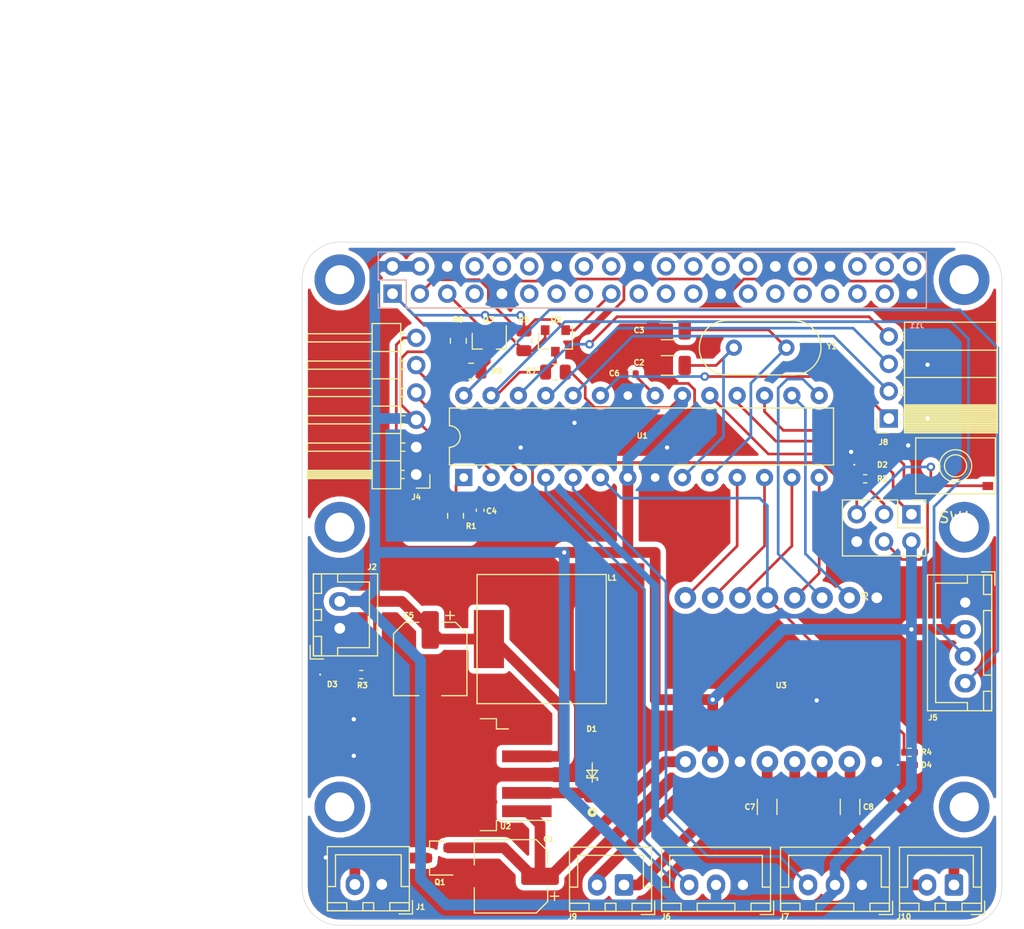
<source format=kicad_pcb>
(kicad_pcb (version 20171130) (host pcbnew 5.1.10)
  (layers (0 F.Cu signal) (31 B.Cu signal) (34 B.Paste user hide) (35 F.Paste user hide) (36 B.SilkS user) (37 F.SilkS user) (38 B.Mask user) (39 F.Mask user) (44 Edge.Cuts user))
  (net 0 "")
  (net 1 GND)
  (net 2 +9V)
  (net 3 XTAL1)
  (net 4 RESET)
  (net 5 DTR)
  (net 6 XTAL2)
  (net 7 +5V)
  (net 8 AREF)
  (net 9 +3V3)
  (net 10 "Net-(D2-Pad2)")
  (net 11 MOSI)
  (net 12 SCK)
  (net 13 MISO)
  (net 14 TXO)
  (net 15 RXI)
  (net 16 SCL)
  (net 17 SDA)
  (net 18 A3)
  (net 19 A2)
  (net 20 A1)
  (net 21 A0)
  (net 22 D2)
  (net 23 D3)
  (net 24 MOTORA1)
  (net 25 MOTORA2)
  (net 26 MOTORB2)
  (net 27 MOTORB1)
  (net 28 D10)
  (net 29 D9)
  (net 30 D8)
  (net 31 D7)
  (net 32 D6)
  (net 33 D5)
  (net 34 D4)
  (net 35 "Net-(D1-Pad1)")
  (net 36 "Net-(D3-Pad2)")
  (net 37 +9VA)
  (net 38 "Net-(D4-Pad2)")
  (net 39 3v3_SCL)
  (net 40 3v3_SDA)
  (module MyFootprints:TS-1187A-B-A-B_PushButton (layer F.Cu) (at 111 62.8)
    (fp_text reference SW1 (at 0 4.8) (layer F.SilkS))
    (fp_text value Reset)
    (pad 2 smd rect (at 3 -1.875) (size 1 0.75) (layers F.Cu F.Paste F.Mask) (net 1 GND))
    (pad 2 smd rect (at -3 -1.875) (size 1 0.75) (layers F.Cu F.Paste F.Mask) (net 1 GND))
    (pad 1 smd rect (at 3 1.875) (size 1 0.75) (layers F.Cu F.Paste F.Mask) (net 4 RESET))
    (pad 1 smd rect (at -3 1.875) (size 1 0.75) (layers F.Cu F.Paste F.Mask) (net 4 RESET))
  )
  (module Capacitor_SMD:C_1206_3216Metric (layer F.Cu) (at 93.5 94.5 270)
    (fp_text reference C7 (at 0 1.6 180) (layer F.SilkS) (effects (font (size 0.5 0.5) (thickness 0.125))))
    (fp_text value 100nF)
    (pad 2 smd roundrect (at 1.475 0 270) (size 1.15 1.8) (layers F.Cu F.Paste F.Mask) (roundrect_rratio 0.2173904347826087) (net 25 MOTORA2))
    (pad 1 smd roundrect (at -1.475 0 270) (size 1.15 1.8) (layers F.Cu F.Paste F.Mask) (roundrect_rratio 0.2173904347826087) (net 24 MOTORA1))
  )
  (module Diode_SMD:D_0402_1005Metric (layer F.Cu) (at 102.685 62.7)
    (fp_text reference D2 (at 1.515 0) (layer F.SilkS) (effects (font (size 0.5 0.5) (thickness 0.125))))
    (fp_text value GREEN)
    (pad 2 smd roundrect (at 0.485 0) (size 0.59 0.64) (layers F.Cu F.Paste F.Mask) (net 10 "Net-(D2-Pad2)"))
    (pad 1 smd roundrect (at -0.485 0) (size 0.59 0.64) (layers F.Cu F.Paste F.Mask) (net 1 GND))
  )
  (module Resistor_SMD:R_0402_1005Metric (layer F.Cu) (at 102.6 64)
    (fp_text reference R2 (at 1.6 0) (layer F.SilkS) (effects (font (size 0.5 0.5) (thickness 0.125))))
    (fp_text value 330)
    (pad 2 smd roundrect (at 0.51 0) (size 0.54 0.64) (layers F.Cu F.Paste F.Mask) (net 10 "Net-(D2-Pad2)"))
    (pad 1 smd roundrect (at -0.51 0) (size 0.54 0.64) (layers F.Cu F.Paste F.Mask) (net 12 SCK))
  )
  (module Diode_SMD:D_0402_1005Metric (layer F.Cu) (at 106.725 90.6)
    (fp_text reference D4 (at 1.575 0) (layer F.SilkS) (effects (font (size 0.5 0.5) (thickness 0.125))))
    (fp_text value GREEN)
    (pad 2 smd roundrect (at 0.485 0) (size 0.59 0.64) (layers F.Cu F.Paste F.Mask) (net 38 "Net-(D4-Pad2)"))
    (pad 1 smd roundrect (at -0.485 0) (size 0.59 0.64) (layers F.Cu F.Paste F.Mask) (net 1 GND))
  )
  (module Resistor_SMD:R_0402_1005Metric (layer F.Cu) (at 106.725 89.422)
    (fp_text reference R4 (at 1.575 -0.022) (layer F.SilkS) (effects (font (size 0.5 0.5) (thickness 0.125))))
    (fp_text value 330)
    (pad 2 smd roundrect (at 0.51 0) (size 0.54 0.64) (layers F.Cu F.Paste F.Mask) (net 38 "Net-(D4-Pad2)"))
    (pad 1 smd roundrect (at -0.51 0) (size 0.54 0.64) (layers F.Cu F.Paste F.Mask) (net 34 D4))
  )
  (module Connector_PinSocket_2.54mm:PinSocket_2x20_P2.54mm_Vertical (layer B.Cu) (at 58.7 46.8 270)
    (fp_text reference J11 (at 2.95 -48.7 180) (layer B.SilkS) (effects (font (size 0.5 0.5) (thickness 0.125)) (justify mirror)))
    (fp_text value Raspberry_Pi_2_3)
    (pad 40 thru_hole oval (at -2.54 -48.26 270) (size 1.7 1.7) (drill 1) (layers *.Cu *.Mask))
    (pad 39 thru_hole oval (at 0 -48.26 270) (size 1.7 1.7) (drill 1) (layers *.Cu *.Mask) (net 1 GND))
    (pad 38 thru_hole oval (at -2.54 -45.72 270) (size 1.7 1.7) (drill 1) (layers *.Cu *.Mask))
    (pad 37 thru_hole oval (at 0 -45.72 270) (size 1.7 1.7) (drill 1) (layers *.Cu *.Mask))
    (pad 36 thru_hole oval (at -2.54 -43.18 270) (size 1.7 1.7) (drill 1) (layers *.Cu *.Mask))
    (pad 35 thru_hole oval (at 0 -43.18 270) (size 1.7 1.7) (drill 1) (layers *.Cu *.Mask))
    (pad 34 thru_hole oval (at -2.54 -40.64 270) (size 1.7 1.7) (drill 1) (layers *.Cu *.Mask) (net 1 GND))
    (pad 33 thru_hole oval (at 0 -40.64 270) (size 1.7 1.7) (drill 1) (layers *.Cu *.Mask))
    (pad 32 thru_hole oval (at -2.54 -38.1 270) (size 1.7 1.7) (drill 1) (layers *.Cu *.Mask))
    (pad 31 thru_hole oval (at 0 -38.1 270) (size 1.7 1.7) (drill 1) (layers *.Cu *.Mask))
    (pad 30 thru_hole oval (at -2.54 -35.56 270) (size 1.7 1.7) (drill 1) (layers *.Cu *.Mask) (net 1 GND))
    (pad 29 thru_hole oval (at 0 -35.56 270) (size 1.7 1.7) (drill 1) (layers *.Cu *.Mask))
    (pad 28 thru_hole oval (at -2.54 -33.02 270) (size 1.7 1.7) (drill 1) (layers *.Cu *.Mask))
    (pad 27 thru_hole oval (at 0 -33.02 270) (size 1.7 1.7) (drill 1) (layers *.Cu *.Mask))
    (pad 26 thru_hole oval (at -2.54 -30.48 270) (size 1.7 1.7) (drill 1) (layers *.Cu *.Mask))
    (pad 25 thru_hole oval (at 0 -30.48 270) (size 1.7 1.7) (drill 1) (layers *.Cu *.Mask) (net 1 GND))
    (pad 24 thru_hole oval (at -2.54 -27.94 270) (size 1.7 1.7) (drill 1) (layers *.Cu *.Mask))
    (pad 23 thru_hole oval (at 0 -27.94 270) (size 1.7 1.7) (drill 1) (layers *.Cu *.Mask))
    (pad 22 thru_hole oval (at -2.54 -25.4 270) (size 1.7 1.7) (drill 1) (layers *.Cu *.Mask))
    (pad 21 thru_hole oval (at 0 -25.4 270) (size 1.7 1.7) (drill 1) (layers *.Cu *.Mask))
    (pad 20 thru_hole oval (at -2.54 -22.86 270) (size 1.7 1.7) (drill 1) (layers *.Cu *.Mask) (net 1 GND))
    (pad 19 thru_hole oval (at 0 -22.86 270) (size 1.7 1.7) (drill 1) (layers *.Cu *.Mask))
    (pad 18 thru_hole oval (at -2.54 -20.32 270) (size 1.7 1.7) (drill 1) (layers *.Cu *.Mask))
    (pad 17 thru_hole oval (at 0 -20.32 270) (size 1.7 1.7) (drill 1) (layers *.Cu *.Mask) (net 9 +3V3))
    (pad 16 thru_hole oval (at -2.54 -17.78 270) (size 1.7 1.7) (drill 1) (layers *.Cu *.Mask))
    (pad 15 thru_hole oval (at 0 -17.78 270) (size 1.7 1.7) (drill 1) (layers *.Cu *.Mask))
    (pad 14 thru_hole oval (at -2.54 -15.24 270) (size 1.7 1.7) (drill 1) (layers *.Cu *.Mask) (net 1 GND))
    (pad 13 thru_hole oval (at 0 -15.24 270) (size 1.7 1.7) (drill 1) (layers *.Cu *.Mask))
    (pad 12 thru_hole oval (at -2.54 -12.7 270) (size 1.7 1.7) (drill 1) (layers *.Cu *.Mask))
    (pad 11 thru_hole oval (at 0 -12.7 270) (size 1.7 1.7) (drill 1) (layers *.Cu *.Mask))
    (pad 10 thru_hole oval (at -2.54 -10.16 270) (size 1.7 1.7) (drill 1) (layers *.Cu *.Mask))
    (pad 9 thru_hole oval (at 0 -10.16 270) (size 1.7 1.7) (drill 1) (layers *.Cu *.Mask) (net 1 GND))
    (pad 8 thru_hole oval (at -2.54 -7.62 270) (size 1.7 1.7) (drill 1) (layers *.Cu *.Mask))
    (pad 7 thru_hole oval (at 0 -7.62 270) (size 1.7 1.7) (drill 1) (layers *.Cu *.Mask))
    (pad 6 thru_hole oval (at -2.54 -5.08 270) (size 1.7 1.7) (drill 1) (layers *.Cu *.Mask) (net 1 GND))
    (pad 5 thru_hole oval (at 0 -5.08 270) (size 1.7 1.7) (drill 1) (layers *.Cu *.Mask) (net 39 3v3_SCL))
    (pad 4 thru_hole oval (at -2.54 -2.54 270) (size 1.7 1.7) (drill 1) (layers *.Cu *.Mask) (net 7 +5V))
    (pad 3 thru_hole oval (at 0 -2.54 270) (size 1.7 1.7) (drill 1) (layers *.Cu *.Mask) (net 40 3v3_SDA))
    (pad 2 thru_hole oval (at -2.54 0 270) (size 1.7 1.7) (drill 1) (layers *.Cu *.Mask) (net 7 +5V))
    (pad 1 thru_hole rect (at 0 0 270) (size 1.7 1.7) (drill 1) (layers *.Cu *.Mask) (net 9 +3V3))
  )
  (module Connector_PinSocket_2.54mm:PinSocket_1x04_P2.54mm_Horizontal (layer F.Cu) (at 104.8 58.4 180)
    (fp_text reference J8 (at 0.5 -2.2) (layer F.SilkS) (effects (font (size 0.5 0.5) (thickness 0.125))))
    (fp_text value "ATMega AnalogPins")
    (pad 4 thru_hole oval (at 0 7.62 180) (size 1.7 1.7) (drill 1) (layers *.Cu *.Mask) (net 18 A3))
    (pad 3 thru_hole oval (at 0 5.08 180) (size 1.7 1.7) (drill 1) (layers *.Cu *.Mask) (net 19 A2))
    (pad 2 thru_hole oval (at 0 2.54 180) (size 1.7 1.7) (drill 1) (layers *.Cu *.Mask) (net 20 A1))
    (pad 1 thru_hole rect (at 0 0 180) (size 1.7 1.7) (drill 1) (layers *.Cu *.Mask) (net 21 A0))
  )
  (module Crystal:Crystal_HC49-U_Vertical (layer F.Cu) (at 95.286 51.818 180)
    (fp_text reference Y1 (at -4.214 0.118) (layer F.SilkS) (effects (font (size 0.5 0.5) (thickness 0.125))))
    (fp_text value 16MHz)
    (pad 2 thru_hole circle (at 4.88 0 180) (size 1.5 1.5) (drill 0.8) (layers *.Cu *.Mask) (net 3 XTAL1))
    (pad 1 thru_hole circle (at 0 0 180) (size 1.5 1.5) (drill 0.8) (layers *.Cu *.Mask) (net 6 XTAL2))
  )
  (module Capacitor_SMD:C_1206_3216Metric (layer F.Cu) (at 84.364 50.166 180)
    (fp_text reference C3 (at 2.764 -0.034) (layer F.SilkS) (effects (font (size 0.5 0.5) (thickness 0.125))))
    (fp_text value 22pF)
    (pad 2 smd roundrect (at 1.475 0 180) (size 1.15 1.8) (layers F.Cu F.Paste F.Mask) (roundrect_rratio 0.2173904347826087) (net 1 GND))
    (pad 1 smd roundrect (at -1.475 0 180) (size 1.15 1.8) (layers F.Cu F.Paste F.Mask) (roundrect_rratio 0.2173904347826087) (net 6 XTAL2))
  )
  (module Capacitor_SMD:C_1206_3216Metric (layer F.Cu) (at 84.364 53.468 180)
    (fp_text reference C2 (at 2.764 0.268) (layer F.SilkS) (effects (font (size 0.5 0.5) (thickness 0.125))))
    (fp_text value 22pF)
    (pad 2 smd roundrect (at 1.475 0 180) (size 1.15 1.8) (layers F.Cu F.Paste F.Mask) (roundrect_rratio 0.2173904347826087) (net 1 GND))
    (pad 1 smd roundrect (at -1.475 0 180) (size 1.15 1.8) (layers F.Cu F.Paste F.Mask) (roundrect_rratio 0.2173904347826087) (net 3 XTAL1))
  )
  (module MyFootprints:TB6612FNG_Breakout (layer F.Cu) (at 85.9 90.3 90)
    (fp_text reference U3 (at 7.1 8.9 180) (layer F.SilkS) (effects (font (size 0.5 0.5) (thickness 0.125))))
    (fp_text value TB6612FNG_Breakout)
    (pad 16 thru_hole circle (at 15.24 17.78 90) (size 2 2) (drill 1) (layers *.Cu *.Mask) (net 1 GND) (clearance 0.1))
    (pad 15 thru_hole circle (at 15.24 15.24 90) (size 2 2) (drill 1) (layers *.Cu *.Mask) (net 28 D10) (clearance 0.1))
    (pad 14 thru_hole circle (at 15.24 12.7 90) (size 2 2) (drill 1) (layers *.Cu *.Mask) (net 29 D9) (clearance 0.1))
    (pad 13 thru_hole circle (at 15.24 10.16 90) (size 2 2) (drill 1) (layers *.Cu *.Mask) (net 30 D8) (clearance 0.1))
    (pad 12 thru_hole circle (at 15.24 7.62 90) (size 2 2) (drill 1) (layers *.Cu *.Mask) (net 34 D4) (clearance 0.1))
    (pad 11 thru_hole circle (at 15.24 5.08 90) (size 2 2) (drill 1) (layers *.Cu *.Mask) (net 31 D7) (clearance 0.1))
    (pad 10 thru_hole circle (at 15.24 2.54 90) (size 2 2) (drill 1) (layers *.Cu *.Mask) (net 32 D6) (clearance 0.1))
    (pad 9 thru_hole circle (at 15.24 0 90) (size 2 2) (drill 1) (layers *.Cu *.Mask) (net 33 D5) (clearance 0.1))
    (pad 8 thru_hole circle (at 0 17.78 90) (size 2 2) (drill 1) (layers *.Cu *.Mask) (net 1 GND) (clearance 0.1))
    (pad 7 thru_hole circle (at 0 15.24 90) (size 2 2) (drill 1) (layers *.Cu *.Mask) (net 27 MOTORB1) (clearance 0.1))
    (pad 6 thru_hole circle (at 0 12.7 90) (size 2 2) (drill 1) (layers *.Cu *.Mask) (net 26 MOTORB2) (clearance 0.1))
    (pad 5 thru_hole circle (at 0 10.16 90) (size 2 2) (drill 1) (layers *.Cu *.Mask) (net 25 MOTORA2) (clearance 0.1))
    (pad 4 thru_hole circle (at 0 7.62 90) (size 2 2) (drill 1) (layers *.Cu *.Mask) (net 24 MOTORA1) (clearance 0.1))
    (pad 3 thru_hole circle (at 0 5.08 90) (size 2 2) (drill 1) (layers *.Cu *.Mask) (net 1 GND) (clearance 0.1))
    (pad 2 thru_hole circle (at 0 2.54 90) (size 2 2) (drill 1) (layers *.Cu *.Mask) (net 7 +5V) (clearance 0.1))
    (pad 1 thru_hole circle (at 0 0 90) (size 2 2) (drill 1) (layers *.Cu *.Mask) (net 37 +9VA) (clearance 0.1))
  )
  (module Package_DIP:DIP-28_W7.62mm (layer F.Cu) (at 65.314 63.882 90)
    (fp_text reference U1 (at 3.882 16.586 180) (layer F.SilkS) (effects (font (size 0.5 0.5) (thickness 0.125))))
    (fp_text value ATmega328P-PU)
    (pad 28 thru_hole oval (at 7.62 0 90) (size 1.6 1.6) (drill 0.8) (layers *.Cu *.Mask) (net 16 SCL))
    (pad 14 thru_hole oval (at 0 33.02 90) (size 1.6 1.6) (drill 0.8) (layers *.Cu *.Mask) (net 30 D8))
    (pad 27 thru_hole oval (at 7.62 2.54 90) (size 1.6 1.6) (drill 0.8) (layers *.Cu *.Mask) (net 17 SDA))
    (pad 13 thru_hole oval (at 0 30.48 90) (size 1.6 1.6) (drill 0.8) (layers *.Cu *.Mask) (net 31 D7))
    (pad 26 thru_hole oval (at 7.62 5.08 90) (size 1.6 1.6) (drill 0.8) (layers *.Cu *.Mask) (net 18 A3))
    (pad 12 thru_hole oval (at 0 27.94 90) (size 1.6 1.6) (drill 0.8) (layers *.Cu *.Mask) (net 32 D6))
    (pad 25 thru_hole oval (at 7.62 7.62 90) (size 1.6 1.6) (drill 0.8) (layers *.Cu *.Mask) (net 19 A2))
    (pad 11 thru_hole oval (at 0 25.4 90) (size 1.6 1.6) (drill 0.8) (layers *.Cu *.Mask) (net 33 D5))
    (pad 24 thru_hole oval (at 7.62 10.16 90) (size 1.6 1.6) (drill 0.8) (layers *.Cu *.Mask) (net 20 A1))
    (pad 10 thru_hole oval (at 0 22.86 90) (size 1.6 1.6) (drill 0.8) (layers *.Cu *.Mask) (net 6 XTAL2))
    (pad 23 thru_hole oval (at 7.62 12.7 90) (size 1.6 1.6) (drill 0.8) (layers *.Cu *.Mask) (net 21 A0))
    (pad 9 thru_hole oval (at 0 20.32 90) (size 1.6 1.6) (drill 0.8) (layers *.Cu *.Mask) (net 3 XTAL1))
    (pad 22 thru_hole oval (at 7.62 15.24 90) (size 1.6 1.6) (drill 0.8) (layers *.Cu *.Mask) (net 1 GND))
    (pad 8 thru_hole oval (at 0 17.78 90) (size 1.6 1.6) (drill 0.8) (layers *.Cu *.Mask) (net 1 GND))
    (pad 21 thru_hole oval (at 7.62 17.78 90) (size 1.6 1.6) (drill 0.8) (layers *.Cu *.Mask) (net 8 AREF))
    (pad 7 thru_hole oval (at 0 15.24 90) (size 1.6 1.6) (drill 0.8) (layers *.Cu *.Mask) (net 7 +5V))
    (pad 20 thru_hole oval (at 7.62 20.32 90) (size 1.6 1.6) (drill 0.8) (layers *.Cu *.Mask) (net 7 +5V))
    (pad 6 thru_hole oval (at 0 12.7 90) (size 1.6 1.6) (drill 0.8) (layers *.Cu *.Mask) (net 34 D4))
    (pad 19 thru_hole oval (at 7.62 22.86 90) (size 1.6 1.6) (drill 0.8) (layers *.Cu *.Mask) (net 12 SCK))
    (pad 5 thru_hole oval (at 0 10.16 90) (size 1.6 1.6) (drill 0.8) (layers *.Cu *.Mask) (net 23 D3))
    (pad 18 thru_hole oval (at 7.62 25.4 90) (size 1.6 1.6) (drill 0.8) (layers *.Cu *.Mask) (net 13 MISO))
    (pad 4 thru_hole oval (at 0 7.62 90) (size 1.6 1.6) (drill 0.8) (layers *.Cu *.Mask) (net 22 D2))
    (pad 17 thru_hole oval (at 7.62 27.94 90) (size 1.6 1.6) (drill 0.8) (layers *.Cu *.Mask) (net 11 MOSI))
    (pad 3 thru_hole oval (at 0 5.08 90) (size 1.6 1.6) (drill 0.8) (layers *.Cu *.Mask) (net 14 TXO))
    (pad 16 thru_hole oval (at 7.62 30.48 90) (size 1.6 1.6) (drill 0.8) (layers *.Cu *.Mask) (net 28 D10))
    (pad 2 thru_hole oval (at 0 2.54 90) (size 1.6 1.6) (drill 0.8) (layers *.Cu *.Mask) (net 15 RXI))
    (pad 15 thru_hole oval (at 7.62 33.02 90) (size 1.6 1.6) (drill 0.8) (layers *.Cu *.Mask) (net 29 D9))
    (pad 1 thru_hole rect (at 0 0 90) (size 1.6 1.6) (drill 0.8) (layers *.Cu *.Mask) (net 4 RESET))
  )
  (module Capacitor_SMD:C_1206_3216Metric (layer F.Cu) (at 101.2 94.5 90)
    (fp_text reference C8 (at 0 1.7 180) (layer F.SilkS) (effects (font (size 0.5 0.5) (thickness 0.125))))
    (fp_text value 100nF)
    (pad 2 smd roundrect (at 1.475 0 90) (size 1.15 1.8) (layers F.Cu F.Paste F.Mask) (roundrect_rratio 0.2173904347826087) (net 27 MOTORB1))
    (pad 1 smd roundrect (at -1.475 0 90) (size 1.15 1.8) (layers F.Cu F.Paste F.Mask) (roundrect_rratio 0.2173904347826087) (net 26 MOTORB2))
  )
  (module Package_TO_SOT_SMD:SOT-23 (layer F.Cu) (at 67.682 51.186 270)
    (fp_text reference Q3 (at -1.986 0.082 180) (layer F.SilkS) (effects (font (size 0.5 0.5) (thickness 0.125))))
    (fp_text value 2N7002)
    (pad 3 smd rect (at 1 0 270) (size 0.9 0.8) (layers F.Cu F.Paste F.Mask) (net 16 SCL))
    (pad 2 smd rect (at -1 0.95 270) (size 0.9 0.8) (layers F.Cu F.Paste F.Mask) (net 39 3v3_SCL))
    (pad 1 smd rect (at -1 -0.95 270) (size 0.9 0.8) (layers F.Cu F.Paste F.Mask) (net 9 +3V3))
  )
  (module Resistor_SMD:R_0805_2012Metric (layer F.Cu) (at 64.806 51.182 270)
    (fp_text reference R6 (at -1.982 0.006 180) (layer F.SilkS) (effects (font (size 0.5 0.5) (thickness 0.125))))
    (fp_text value 10k)
    (pad 2 smd roundrect (at 0.9125 0 270) (size 1.025 1.4) (layers F.Cu F.Paste F.Mask) (roundrect_rratio 0.2439004878048781) (net 39 3v3_SCL))
    (pad 1 smd roundrect (at -0.9125 0 270) (size 1.025 1.4) (layers F.Cu F.Paste F.Mask) (roundrect_rratio 0.2439004878048781) (net 9 +3V3))
  )
  (module Resistor_SMD:R_0805_2012Metric (layer F.Cu) (at 70.902 51.182 270)
    (fp_text reference R5 (at -1.982 0.002 180) (layer F.SilkS) (effects (font (size 0.5 0.5) (thickness 0.125))))
    (fp_text value 10k)
    (pad 2 smd roundrect (at 0.9125 0 270) (size 1.025 1.4) (layers F.Cu F.Paste F.Mask) (roundrect_rratio 0.2439004878048781) (net 40 3v3_SDA))
    (pad 1 smd roundrect (at -0.9125 0 270) (size 1.025 1.4) (layers F.Cu F.Paste F.Mask) (roundrect_rratio 0.2439004878048781) (net 9 +3V3))
  )
  (module Resistor_SMD:R_0805_2012Metric (layer F.Cu) (at 66 54)
    (fp_text reference R8 (at 2.4 0) (layer F.SilkS) (effects (font (size 0.5 0.5) (thickness 0.125))))
    (fp_text value 10k)
    (pad 2 smd roundrect (at 0.9125 0) (size 1.025 1.4) (layers F.Cu F.Paste F.Mask) (roundrect_rratio 0.2439004878048781) (net 16 SCL))
    (pad 1 smd roundrect (at -0.9125 0) (size 1.025 1.4) (layers F.Cu F.Paste F.Mask) (roundrect_rratio 0.2439004878048781) (net 7 +5V))
  )
  (module Resistor_SMD:R_0805_2012Metric (layer F.Cu) (at 73.828 54.086 180)
    (fp_text reference R7 (at 2.228 0.086) (layer F.SilkS) (effects (font (size 0.5 0.5) (thickness 0.125))))
    (fp_text value 10k)
    (pad 2 smd roundrect (at 0.9125 0 180) (size 1.025 1.4) (layers F.Cu F.Paste F.Mask) (roundrect_rratio 0.2439004878048781) (net 17 SDA))
    (pad 1 smd roundrect (at -0.9125 0 180) (size 1.025 1.4) (layers F.Cu F.Paste F.Mask) (roundrect_rratio 0.2439004878048781) (net 7 +5V))
  )
  (module Resistor_SMD:R_0805_2012Metric (layer F.Cu) (at 64.552 67.438 90)
    (fp_text reference R1 (at -0.962 1.448 180) (layer F.SilkS) (effects (font (size 0.5 0.5) (thickness 0.125))))
    (fp_text value 10k)
    (pad 2 smd roundrect (at 0.9125 0 90) (size 1.025 1.4) (layers F.Cu F.Paste F.Mask) (roundrect_rratio 0.2439004878048781) (net 4 RESET))
    (pad 1 smd roundrect (at -0.9125 0 90) (size 1.025 1.4) (layers F.Cu F.Paste F.Mask) (roundrect_rratio 0.2439004878048781) (net 7 +5V))
  )
  (module Connector_JST:JST_XH_B4B-XH-A_1x04_P2.50mm_Vertical (layer F.Cu) (at 111.9 75.5 270)
    (fp_text reference J5 (at 10.7 3 180) (layer F.SilkS) (effects (font (size 0.5 0.5) (thickness 0.125))))
    (fp_text value I2C)
    (pad 1 thru_hole roundrect (at 0 0 270) (size 1.7 1.95) (drill 0.95) (layers *.Cu *.Mask) (roundrect_rratio 0.1470588235294118) (net 1 GND))
    (pad 2 thru_hole oval (at 2.5 0 270) (size 1.7 1.95) (drill 0.95) (layers *.Cu *.Mask) (net 7 +5V))
    (pad 3 thru_hole oval (at 5 0 270) (size 1.7 1.95) (drill 0.95) (layers *.Cu *.Mask) (net 17 SDA))
    (pad 4 thru_hole oval (at 7.5 0 270) (size 1.7 1.95) (drill 0.95) (layers *.Cu *.Mask) (net 16 SCL))
  )
  (module Capacitor_SMD:CP_Elec_6.3x7.7 (layer F.Cu) (at 62.2 80.75 270)
    (fp_text reference C5 (at -4.05 2 180) (layer F.SilkS) (effects (font (size 0.5 0.5) (thickness 0.125))))
    (fp_text value 220uf)
    (pad 2 smd roundrect (at 2.7 0 270) (size 3.5 1.6) (layers F.Cu F.Paste F.Mask) (roundrect_rratio 0.15625) (net 1 GND))
    (pad 1 smd roundrect (at -2.7 0 270) (size 3.5 1.6) (layers F.Cu F.Paste F.Mask) (roundrect_rratio 0.15625) (net 7 +5V))
  )
  (module Capacitor_SMD:CP_Elec_6.3x7.7 (layer F.Cu) (at 69.7 100.95 180)
    (fp_text reference C1 (at -3.5 3.45) (layer F.SilkS) (effects (font (size 0.5 0.5) (thickness 0.125))))
    (fp_text value 100uF)
    (pad 2 smd roundrect (at 2.7 0 180) (size 3.5 1.6) (layers F.Cu F.Paste F.Mask) (roundrect_rratio 0.15625) (net 1 GND))
    (pad 1 smd roundrect (at -2.7 0 180) (size 3.5 1.6) (layers F.Cu F.Paste F.Mask) (roundrect_rratio 0.15625) (net 37 +9VA))
  )
  (module RobotHat:YPRH1207-330M (layer F.Cu) (at 72.55 78.9 90)
    (fp_text reference L1 (at 5.7 6.55 180) (layer F.SilkS) (effects (font (size 0.5 0.5) (thickness 0.125))))
    (fp_text value 33uH)
    (pad 2 smd rect (at 0 4.9 90) (size 5.4 2.8) (layers F.Cu F.Paste F.Mask) (net 35 "Net-(D1-Pad1)"))
    (pad 1 smd rect (at 0 -4.9 90) (size 5.4 2.8) (layers F.Cu F.Paste F.Mask) (net 7 +5V))
  )
  (module Package_TO_SOT_SMD:SOT-23 (layer F.Cu) (at 73.828 51.186 270)
    (fp_text reference Q2 (at -1.986 -0.072 180) (layer F.SilkS) (effects (font (size 0.5 0.5) (thickness 0.125))))
    (fp_text value 2N7002)
    (pad 3 smd rect (at 1 0 270) (size 0.9 0.8) (layers F.Cu F.Paste F.Mask) (net 17 SDA))
    (pad 2 smd rect (at -1 0.95 270) (size 0.9 0.8) (layers F.Cu F.Paste F.Mask) (net 40 3v3_SDA))
    (pad 1 smd rect (at -1 -0.95 270) (size 0.9 0.8) (layers F.Cu F.Paste F.Mask) (net 9 +3V3))
  )
  (module Connector_PinHeader_2.54mm:PinHeader_2x03_P2.54mm_Vertical (layer F.Cu) (at 106.9 67.3 270)
    (fp_text reference J3 (at 7.62 4.318 90) (layer F.SilkS) (effects (font (size 0.5 0.5) (thickness 0.125))))
    (fp_text value ATMega_ICSP)
    (pad 1 thru_hole rect (at 0 0 270) (size 1.7 1.7) (drill 1) (layers *.Cu *.Mask) (net 13 MISO))
    (pad 2 thru_hole oval (at 2.54 0 270) (size 1.7 1.7) (drill 1) (layers *.Cu *.Mask) (net 7 +5V))
    (pad 3 thru_hole oval (at 0 2.54 270) (size 1.7 1.7) (drill 1) (layers *.Cu *.Mask) (net 12 SCK))
    (pad 4 thru_hole oval (at 2.54 2.54 270) (size 1.7 1.7) (drill 1) (layers *.Cu *.Mask) (net 11 MOSI))
    (pad 5 thru_hole oval (at 0 5.08 270) (size 1.7 1.7) (drill 1) (layers *.Cu *.Mask) (net 4 RESET))
    (pad 6 thru_hole oval (at 2.54 5.08 270) (size 1.7 1.7) (drill 1) (layers *.Cu *.Mask) (net 1 GND))
  )
  (module Connector_PinHeader_2.54mm:PinHeader_1x06_P2.54mm_Horizontal (layer F.Cu) (at 60.9 63.6 180)
    (fp_text reference J4 (at 0 -2.1) (layer F.SilkS) (effects (font (size 0.5 0.5) (thickness 0.125))))
    (fp_text value ATMega_FTDI)
    (pad 6 thru_hole oval (at 0 12.7 180) (size 1.7 1.7) (drill 1) (layers *.Cu *.Mask) (net 5 DTR))
    (pad 5 thru_hole oval (at 0 10.16 180) (size 1.7 1.7) (drill 1) (layers *.Cu *.Mask) (net 14 TXO))
    (pad 4 thru_hole oval (at 0 7.62 180) (size 1.7 1.7) (drill 1) (layers *.Cu *.Mask) (net 15 RXI))
    (pad 3 thru_hole oval (at 0 5.08 180) (size 1.7 1.7) (drill 1) (layers *.Cu *.Mask) (net 7 +5V))
    (pad 2 thru_hole oval (at 0 2.54 180) (size 1.7 1.7) (drill 1) (layers *.Cu *.Mask) (net 1 GND))
    (pad 1 thru_hole rect (at 0 0 180) (size 1.7 1.7) (drill 1) (layers *.Cu *.Mask) (net 1 GND))
  )
  (module Package_TO_SOT_SMD:SOT-23 (layer F.Cu) (at 62.9 99.25 180)
    (fp_text reference Q1 (at -0.2 -2.25) (layer F.SilkS) (effects (font (size 0.5 0.5) (thickness 0.125))))
    (fp_text value AO3401A)
    (pad 3 smd rect (at 1 0 180) (size 0.9 0.8) (layers F.Cu F.Paste F.Mask) (net 2 +9V))
    (pad 2 smd rect (at -1 0.95 180) (size 0.9 0.8) (layers F.Cu F.Paste F.Mask) (net 37 +9VA))
    (pad 1 smd rect (at -1 -0.95 180) (size 0.9 0.8) (layers F.Cu F.Paste F.Mask) (net 1 GND))
  )
  (module RobotHat:SS34 (layer F.Cu) (at 77.25 91.3 90)
    (fp_text reference D1 (at 4.05 -0.05 180) (layer F.SilkS) (effects (font (size 0.5 0.5) (thickness 0.125))))
    (fp_text value SS34)
    (pad 2 smd roundrect (at 1.95 0 90) (size 1.68 1.52) (layers F.Cu F.Paste F.Mask) (net 1 GND) (clearance 0.2))
    (pad 1 smd roundrect (at -1.95 0 90) (size 1.68 1.52) (layers F.Cu F.Paste F.Mask) (net 35 "Net-(D1-Pad1)") (clearance 0.2))
  )
  (module Resistor_SMD:R_0402_1005Metric (layer F.Cu) (at 55.8 82.2 180)
    (fp_text reference R3 (at -0.1 -1) (layer F.SilkS) (effects (font (size 0.5 0.5) (thickness 0.125))))
    (fp_text value 330)
    (pad 2 smd roundrect (at 0.51 0 180) (size 0.54 0.64) (layers F.Cu F.Paste F.Mask) (net 36 "Net-(D3-Pad2)"))
    (pad 1 smd roundrect (at -0.51 0 180) (size 0.54 0.64) (layers F.Cu F.Paste F.Mask) (net 7 +5V))
  )
  (module Diode_SMD:D_0402_1005Metric (layer F.Cu) (at 53.065 82.2)
    (fp_text reference D3 (at 0.035 0.9) (layer F.SilkS) (effects (font (size 0.5 0.5) (thickness 0.125))))
    (fp_text value RED)
    (pad 2 smd roundrect (at 0.485 0) (size 0.59 0.64) (layers F.Cu F.Paste F.Mask) (net 36 "Net-(D3-Pad2)"))
    (pad 1 smd roundrect (at -0.485 0) (size 0.59 0.64) (layers F.Cu F.Paste F.Mask) (net 1 GND))
  )
  (module Capacitor_SMD:C_0402_1005Metric (layer F.Cu) (at 66.838 66.93 90)
    (fp_text reference C4 (at -0.07 1.062 180) (layer F.SilkS) (effects (font (size 0.5 0.5) (thickness 0.125))))
    (fp_text value 100nF)
    (pad 2 smd roundrect (at 0.48 0 90) (size 0.56 0.62) (layers F.Cu F.Paste F.Mask) (net 4 RESET))
    (pad 1 smd roundrect (at -0.48 0 90) (size 0.56 0.62) (layers F.Cu F.Paste F.Mask) (net 5 DTR))
  )
  (module Capacitor_SMD:C_0402_1005Metric (layer F.Cu) (at 80.808 54.23)
    (fp_text reference C6 (at -1.508 -0.03) (layer F.SilkS) (effects (font (size 0.5 0.5) (thickness 0.125))))
    (fp_text value 100nF)
    (pad 2 smd roundrect (at 0.48 0) (size 0.56 0.62) (layers F.Cu F.Paste F.Mask) (net 8 AREF))
    (pad 1 smd roundrect (at -0.48 0) (size 0.56 0.62) (layers F.Cu F.Paste F.Mask) (net 1 GND))
  )
  (module MountingHole:MountingHole_2.7mm_M2.5_DIN965_Pad (layer F.Cu) (at 111.8 94.5)
    (fp_text reference H6)
    (fp_text value MountingHole)
    (pad 1 thru_hole circle (at 0 0) (size 4.7 4.7) (drill 2.7) (layers *.Cu *.Mask))
  )
  (module MountingHole:MountingHole_2.7mm_M2.5_DIN965_Pad (layer F.Cu) (at 53.8 94.5)
    (fp_text reference H5)
    (fp_text value MountingHole)
    (pad 1 thru_hole circle (at 0 0) (size 4.7 4.7) (drill 2.7) (layers *.Cu *.Mask))
  )
  (module Connector_JST:JST_XH_B2B-XH-A_1x02_P2.50mm_Vertical (layer F.Cu) (at 53.8 77.9 90)
    (fp_text reference J2 (at 5.7 3 180) (layer F.SilkS) (effects (font (size 0.5 0.5) (thickness 0.125))))
    (fp_text value 5Vout)
    (pad 2 thru_hole oval (at 2.5 0 90) (size 1.7 2) (drill 1) (layers *.Cu *.Mask) (net 7 +5V))
    (pad 1 thru_hole roundrect (at 0 0 90) (size 1.7 2) (drill 1) (layers *.Cu *.Mask) (roundrect_rratio 0.1470588235294118) (net 1 GND))
  )
  (module Package_TO_SOT_SMD:TO-263-5_TabPin3 (layer F.Cu) (at 65.4 91.5 180)
    (fp_text reference U2 (at -3.8 -4.8) (layer F.SilkS) (effects (font (size 0.5 0.5) (thickness 0.125))))
    (fp_text value LM2596S-5)
    (pad 3 smd rect (at 3.375 0 180) (size 9.4 10.8) (layers F.Cu F.Mask) (net 1 GND))
    (pad 5 smd rect (at -5.775 3.4 180) (size 4.6 1.1) (layers F.Cu F.Paste F.Mask) (net 1 GND))
    (pad 4 smd rect (at -5.775 1.7 180) (size 4.6 1.1) (layers F.Cu F.Paste F.Mask) (net 7 +5V))
    (pad 3 smd rect (at -5.775 0 180) (size 4.6 1.1) (layers F.Cu F.Paste F.Mask) (net 1 GND))
    (pad 2 smd rect (at -5.775 -1.7 180) (size 4.6 1.1) (layers F.Cu F.Paste F.Mask) (net 35 "Net-(D1-Pad1)"))
    (pad 1 smd rect (at -5.775 -3.4 180) (size 4.6 1.1) (layers F.Cu F.Paste F.Mask) (net 37 +9VA))
  )
  (module MountingHole:MountingHole_2.7mm_M2.5_DIN965_Pad (layer F.Cu) (at 111.8 68.5)
    (fp_text reference H4)
    (fp_text value MountingHole)
    (pad 1 thru_hole circle (at 0 0) (size 4.7 4.7) (drill 2.7) (layers *.Cu *.Mask))
  )
  (module MountingHole:MountingHole_2.7mm_M2.5_DIN965_Pad (layer F.Cu) (at 111.8 45.5)
    (fp_text reference H3)
    (fp_text value MountingHole)
    (pad 1 thru_hole circle (at 0 0) (size 4.7 4.7) (drill 2.7) (layers *.Cu *.Mask))
  )
  (module MountingHole:MountingHole_2.7mm_M2.5_DIN965_Pad (layer F.Cu) (at 53.8 68.5)
    (fp_text reference H2)
    (fp_text value MountingHole)
    (pad 1 thru_hole circle (at 0 0) (size 4.7 4.7) (drill 2.7) (layers *.Cu *.Mask))
  )
  (module MountingHole:MountingHole_2.7mm_M2.5_DIN965_Pad (layer F.Cu) (at 53.8 45.5)
    (fp_text reference H1)
    (fp_text value MountingHole)
    (pad 1 thru_hole circle (at 0 0) (size 4.7 4.7) (drill 2.7) (layers *.Cu *.Mask))
  )
  (module Connector_JST:JST_XH_B2B-XH-A_1x02_P2.50mm_Vertical (layer F.Cu) (at 110.85 101.75 180)
    (fp_text reference J10 (at 4.65 -2.95) (layer F.SilkS) (effects (font (size 0.5 0.5) (thickness 0.125))))
    (fp_text value MotorB)
    (pad 2 thru_hole oval (at 2.5 0 180) (size 1.7 2) (drill 1) (layers *.Cu *.Mask) (net 26 MOTORB2))
    (pad 1 thru_hole roundrect (at 0 0 180) (size 1.7 2) (drill 1) (layers *.Cu *.Mask) (roundrect_rratio 0.1470588235294118) (net 27 MOTORB1))
  )
  (module Connector_JST:JST_XH_B2B-XH-A_1x02_P2.50mm_Vertical (layer F.Cu) (at 80.2 101.75 180)
    (fp_text reference J9 (at 4.8 -2.95) (layer F.SilkS) (effects (font (size 0.5 0.5) (thickness 0.125))))
    (fp_text value MotorA)
    (pad 2 thru_hole oval (at 2.5 0 180) (size 1.7 2) (drill 1) (layers *.Cu *.Mask) (net 24 MOTORA1))
    (pad 1 thru_hole roundrect (at 0 0 180) (size 1.7 2) (drill 1) (layers *.Cu *.Mask) (roundrect_rratio 0.1470588235294118) (net 25 MOTORA2))
  )
  (module Connector_JST:JST_XH_B3B-XH-A_1x03_P2.50mm_Vertical (layer F.Cu) (at 102.3 101.75 180)
    (fp_text reference J7 (at 7.2 -2.95) (layer F.SilkS) (effects (font (size 0.5 0.5) (thickness 0.125))))
    (fp_text value WheelEncB)
    (pad 3 thru_hole oval (at 5 0 180) (size 1.7 1.95) (drill 0.95) (layers *.Cu *.Mask) (net 23 D3))
    (pad 2 thru_hole oval (at 2.5 0 180) (size 1.7 1.95) (drill 0.95) (layers *.Cu *.Mask) (net 7 +5V))
    (pad 1 thru_hole roundrect (at 0 0 180) (size 1.7 1.95) (drill 0.95) (layers *.Cu *.Mask) (roundrect_rratio 0.1470588235294118) (net 1 GND))
  )
  (module Connector_JST:JST_XH_B3B-XH-A_1x03_P2.50mm_Vertical (layer F.Cu) (at 91.25 101.75 180)
    (fp_text reference J6 (at 7.15 -2.95) (layer F.SilkS) (effects (font (size 0.5 0.5) (thickness 0.125))))
    (fp_text value WheelEncA)
    (pad 3 thru_hole oval (at 5 0 180) (size 1.7 1.95) (drill 0.95) (layers *.Cu *.Mask) (net 22 D2))
    (pad 2 thru_hole oval (at 2.5 0 180) (size 1.7 1.95) (drill 0.95) (layers *.Cu *.Mask) (net 7 +5V))
    (pad 1 thru_hole roundrect (at 0 0 180) (size 1.7 1.95) (drill 0.95) (layers *.Cu *.Mask) (roundrect_rratio 0.1470588235294118) (net 1 GND))
  )
  (module Connector_JST:JST_XH_B2B-XH-A_1x02_P2.50mm_Vertical (layer F.Cu) (at 57.7 101.7 180)
    (fp_text reference J1 (at -3.6 -2.1) (layer F.SilkS) (effects (font (size 0.5 0.5) (thickness 0.125))))
    (fp_text value 9Vin)
    (pad 2 thru_hole oval (at 2.5 0 180) (size 1.7 2) (drill 1) (layers *.Cu *.Mask) (net 2 +9V))
    (pad 1 thru_hole roundrect (at 0 0 180) (size 1.7 2) (drill 1) (layers *.Cu *.Mask) (roundrect_rratio 0.1470588235294118) (net 1 GND))
  )
  (gr_line (start 115.3 68.5) (end 115.3 102) (layer Edge.Cuts) (width 0.05))
  (gr_line (start 50.3 68.5) (end 50.3 102) (layer Edge.Cuts) (width 0.05))
  (gr_arc (start 111.8 102) (end 111.8 105.5) (angle -90) (layer Edge.Cuts) (width 0.05))
  (gr_arc (start 53.8 102) (end 50.3 102) (angle -90) (layer Edge.Cuts) (width 0.05))
  (gr_arc (start 53.8 45.5) (end 53.8 42) (angle -90) (layer Edge.Cuts) (width 0.05))
  (gr_arc (start 111.8 45.5) (end 115.3 45.5) (angle -90) (layer Edge.Cuts) (width 0.05))
  (gr_line (start 115.3 68.5) (end 115.3 45.5) (layer Edge.Cuts) (width 0.05))
  (gr_line (start 53.8 105.5) (end 111.8 105.5) (layer Edge.Cuts) (width 0.05))
  (gr_line (start 50.3 45.5) (end 50.3 68.5) (layer Edge.Cuts) (width 0.05))
  (gr_line (start 53.8 42) (end 111.8 42) (layer Edge.Cuts) (width 0.05))
  (segment (start 60 89.475) (end 62.025 91.5) (width 1) (layer F.Cu) (net 1))
  (segment (start 60 93.525) (end 62.025 91.5) (width 1) (layer F.Cu) (net 1))
  (segment (start 65.425 88.1) (end 62.025 91.5) (width 0.25) (layer F.Cu) (net 1))
  (segment (start 71.175 88.1) (end 65.425 88.1) (width 0.25) (layer F.Cu) (net 1))
  (segment (start 71.175 91.5) (end 62.025 91.5) (width 0.25) (layer F.Cu) (net 1))
  (segment (start 62.025 91.5) (end 62.025 92.625) (width 1) (layer F.Cu) (net 1))
  (segment (start 62.025 92.625) (end 59.5 95.15) (width 1) (layer F.Cu) (net 1))
  (segment (start 62.025 91.5) (end 62.025 91.425) (width 1) (layer F.Cu) (net 1))
  (segment (start 62.025 91.425) (end 59.05 88.45) (width 1) (layer F.Cu) (net 1))
  (segment (start 62.025 91.5) (end 62.025 92.075) (width 1) (layer F.Cu) (net 1))
  (segment (start 62.025 91.5) (end 62.025 91.225) (width 1) (layer F.Cu) (net 1))
  (via (at 55.1 86.35) (size 0.8) (drill 0.4) (layers F.Cu B.Cu) (net 1))
  (via (at 55.1 89.75) (size 0.8) (drill 0.4) (layers F.Cu B.Cu) (net 1))
  (segment (start 63.65 93.125) (end 62.5 91.975) (width 1) (layer F.Cu) (net 1))
  (segment (start 82.889 53.468) (end 82.889 50.166) (width 0.25) (layer F.Cu) (net 1))
  (segment (start 80.328 52.727) (end 80.328 54.23) (width 0.25) (layer F.Cu) (net 1))
  (segment (start 82.889 50.166) (end 80.328 52.727) (width 0.25) (layer F.Cu) (net 1))
  (segment (start 103.98 90.6) (end 103.68 90.3) (width 0.25) (layer F.Cu) (net 1))
  (segment (start 106.24 90.6) (end 103.98 90.6) (width 0.25) (layer F.Cu) (net 1))
  (segment (start 80.328 56.036) (end 80.554 56.262) (width 0.25) (layer F.Cu) (net 1))
  (segment (start 80.328 54.23) (end 80.328 56.036) (width 0.25) (layer F.Cu) (net 1))
  (segment (start 72.575001 45.624999) (end 73.94 44.26) (width 0.25) (layer F.Cu) (net 1))
  (segment (start 70.035001 45.624999) (end 72.575001 45.624999) (width 0.25) (layer F.Cu) (net 1))
  (segment (start 68.86 46.8) (end 70.035001 45.624999) (width 0.25) (layer F.Cu) (net 1))
  (segment (start 93.084999 45.435001) (end 94.26 44.26) (width 0.25) (layer F.Cu) (net 1))
  (segment (start 91.345997 45.435001) (end 93.084999 45.435001) (width 0.25) (layer F.Cu) (net 1))
  (segment (start 89.980998 46.8) (end 91.345997 45.435001) (width 0.25) (layer F.Cu) (net 1))
  (segment (start 89.18 46.8) (end 89.980998 46.8) (width 0.25) (layer F.Cu) (net 1))
  (segment (start 65.144999 45.624999) (end 63.78 44.26) (width 0.25) (layer B.Cu) (net 1))
  (segment (start 67.684999 45.624999) (end 65.144999 45.624999) (width 0.25) (layer B.Cu) (net 1))
  (segment (start 68.86 46.8) (end 67.684999 45.624999) (width 0.25) (layer B.Cu) (net 1))
  (segment (start 80.384999 45.435001) (end 81.56 44.26) (width 0.25) (layer F.Cu) (net 1))
  (segment (start 75.115001 45.435001) (end 80.384999 45.435001) (width 0.25) (layer F.Cu) (net 1))
  (segment (start 73.94 44.26) (end 75.115001 45.435001) (width 0.25) (layer F.Cu) (net 1))
  (segment (start 87.815001 45.435001) (end 89.18 46.8) (width 0.25) (layer F.Cu) (net 1))
  (segment (start 82.735001 45.435001) (end 87.815001 45.435001) (width 0.25) (layer F.Cu) (net 1))
  (segment (start 81.56 44.26) (end 82.735001 45.435001) (width 0.25) (layer F.Cu) (net 1))
  (segment (start 98.164999 45.435001) (end 99.34 44.26) (width 0.25) (layer F.Cu) (net 1))
  (segment (start 95.435001 45.435001) (end 98.164999 45.435001) (width 0.25) (layer F.Cu) (net 1))
  (segment (start 94.26 44.26) (end 95.435001 45.435001) (width 0.25) (layer F.Cu) (net 1))
  (segment (start 105.784999 45.624999) (end 106.96 46.8) (width 0.25) (layer F.Cu) (net 1))
  (segment (start 100.704999 45.624999) (end 105.784999 45.624999) (width 0.25) (layer F.Cu) (net 1))
  (segment (start 99.34 44.26) (end 100.704999 45.624999) (width 0.25) (layer F.Cu) (net 1))
  (via (at 84.2 61.1) (size 0.8) (drill 0.4) (layers F.Cu B.Cu) (net 1))
  (segment (start 86.759001 58.540999) (end 84.2 61.1) (width 0.25) (layer F.Cu) (net 1))
  (segment (start 86.759001 55.721999) (end 86.759001 58.540999) (width 0.25) (layer F.Cu) (net 1))
  (segment (start 86.174001 55.136999) (end 86.759001 55.721999) (width 0.25) (layer F.Cu) (net 1))
  (segment (start 84.557999 55.136999) (end 86.174001 55.136999) (width 0.25) (layer F.Cu) (net 1))
  (segment (start 82.889 53.468) (end 84.557999 55.136999) (width 0.25) (layer F.Cu) (net 1))
  (segment (start 83.094 62.206) (end 83.094 63.882) (width 0.25) (layer B.Cu) (net 1))
  (segment (start 84.2 61.1) (end 83.094 62.206) (width 0.25) (layer B.Cu) (net 1))
  (via (at 70.6 61.1) (size 0.8) (drill 0.4) (layers F.Cu B.Cu) (net 1))
  (via (at 75.6 58.8) (size 0.8) (drill 0.4) (layers F.Cu B.Cu) (net 1))
  (via (at 108.4 53.4) (size 0.8) (drill 0.4) (layers F.Cu B.Cu) (net 1))
  (via (at 108.4 58.4) (size 0.8) (drill 0.4) (layers F.Cu B.Cu) (net 1))
  (via (at 52.5 99.2) (size 0.8) (drill 0.4) (layers F.Cu B.Cu) (net 1))
  (via (at 98.1 84.6) (size 0.8) (drill 0.4) (layers F.Cu B.Cu) (net 1))
  (segment (start 101.3 61.5) (end 101.3 61.8) (width 0.25) (layer F.Cu) (net 1))
  (segment (start 101.3 61.8) (end 102.2 62.7) (width 0.25) (layer F.Cu) (net 1))
  (via (at 101.3 61.5) (size 0.8) (drill 0.4) (layers F.Cu B.Cu) (net 1))
  (segment (start 106 61.5) (end 106.6 60.9) (width 0.25) (layer B.Cu) (net 1))
  (segment (start 101.3 61.5) (end 106 61.5) (width 0.25) (layer B.Cu) (net 1))
  (via (at 106.6 60.9) (size 0.8) (drill 0.4) (layers F.Cu B.Cu) (net 1))
  (segment (start 106.6 60.9) (end 108.2 60.9) (width 0.25) (layer F.Cu) (net 1))
  (segment (start 108.2 60.9) (end 114.2 60.9) (width 0.25) (layer F.Cu) (net 1))
  (segment (start 80.195001 47.364001) (end 80.195001 45.624999) (width 0.25) (layer F.Cu) (net 1))
  (segment (start 77.3 49.9) (end 78.9 48.3) (width 0.25) (layer F.Cu) (net 1))
  (segment (start 79.259002 48.3) (end 80.195001 47.364001) (width 0.25) (layer F.Cu) (net 1))
  (segment (start 78.9 48.3) (end 79.259002 48.3) (width 0.25) (layer F.Cu) (net 1))
  (segment (start 77.1 49.9) (end 77.3 49.9) (width 0.25) (layer F.Cu) (net 1))
  (segment (start 75.9 51.1) (end 77.1 49.9) (width 0.25) (layer F.Cu) (net 1))
  (segment (start 80.195001 45.624999) (end 81.56 44.26) (width 0.25) (layer F.Cu) (net 1))
  (segment (start 75.9 52) (end 75.9 51.1) (width 0.25) (layer F.Cu) (net 1))
  (segment (start 80.7 52.8) (end 76.7 52.8) (width 0.25) (layer F.Cu) (net 1))
  (segment (start 81.368 53.468) (end 80.7 52.8) (width 0.25) (layer F.Cu) (net 1))
  (segment (start 76.7 52.8) (end 75.9 52) (width 0.25) (layer F.Cu) (net 1))
  (segment (start 82.889 53.468) (end 81.368 53.468) (width 0.25) (layer F.Cu) (net 1))
  (segment (start 55.2 99.7) (end 55.2 101.7) (width 1) (layer F.Cu) (net 2))
  (segment (start 55.65 99.25) (end 55.2 99.7) (width 1) (layer F.Cu) (net 2))
  (segment (start 61.9 99.25) (end 55.65 99.25) (width 1) (layer F.Cu) (net 2))
  (segment (start 88.756 53.468) (end 90.406 51.818) (width 0.25) (layer F.Cu) (net 3))
  (segment (start 85.839 53.468) (end 88.756 53.468) (width 0.25) (layer F.Cu) (net 3))
  (segment (start 85.634 63.882) (end 89.444 60.072) (width 0.25) (layer B.Cu) (net 3))
  (segment (start 89.444 60.072) (end 89.444 52.78) (width 0.25) (layer B.Cu) (net 3))
  (segment (start 89.444 52.78) (end 90.406 51.818) (width 0.25) (layer B.Cu) (net 3))
  (segment (start 64.6275 66.45) (end 64.552 66.5255) (width 0.25) (layer F.Cu) (net 4))
  (segment (start 66.7625 66.5255) (end 66.838 66.45) (width 0.25) (layer F.Cu) (net 4))
  (segment (start 64.552 66.5255) (end 66.7625 66.5255) (width 0.25) (layer F.Cu) (net 4))
  (segment (start 72.3 62.5) (end 98.617002 62.5) (width 0.25) (layer F.Cu) (net 4))
  (segment (start 71.7 63.1) (end 72.3 62.5) (width 0.25) (layer F.Cu) (net 4))
  (segment (start 101.82 65.702998) (end 101.82 67.3) (width 0.25) (layer F.Cu) (net 4))
  (segment (start 71.7 64.9) (end 71.7 63.1) (width 0.25) (layer F.Cu) (net 4))
  (segment (start 98.617002 62.5) (end 101.82 65.702998) (width 0.25) (layer F.Cu) (net 4))
  (segment (start 70.15 66.45) (end 71.7 64.9) (width 0.25) (layer F.Cu) (net 4))
  (segment (start 66.838 66.45) (end 70.15 66.45) (width 0.25) (layer F.Cu) (net 4))
  (segment (start 64.6 66.4775) (end 64.552 66.5255) (width 0.25) (layer F.Cu) (net 4))
  (segment (start 64.6 64.596) (end 64.6 66.4775) (width 0.25) (layer F.Cu) (net 4))
  (segment (start 65.314 63.882) (end 64.6 64.596) (width 0.25) (layer F.Cu) (net 4))
  (via (at 108.7 62.9) (size 0.8) (drill 0.4) (layers F.Cu B.Cu) (net 4))
  (segment (start 101.82 67.3) (end 106.22 62.9) (width 0.25) (layer B.Cu) (net 4))
  (segment (start 106.22 62.9) (end 108.7 62.9) (width 0.25) (layer B.Cu) (net 4))
  (segment (start 108.7 64.15) (end 108.2 64.65) (width 0.25) (layer F.Cu) (net 4))
  (segment (start 108.7 62.9) (end 108.7 64.15) (width 0.25) (layer F.Cu) (net 4))
  (segment (start 108.2 64.65) (end 114.2 64.65) (width 0.25) (layer F.Cu) (net 4))
  (segment (start 59.697919 50.9) (end 60.9 50.9) (width 0.25) (layer F.Cu) (net 5))
  (segment (start 59.049991 51.547928) (end 59.697919 50.9) (width 0.25) (layer F.Cu) (net 5))
  (segment (start 59.049991 68.349991) (end 59.049991 51.547928) (width 0.25) (layer F.Cu) (net 5))
  (segment (start 65.9 69.6) (end 60.3 69.6) (width 0.25) (layer F.Cu) (net 5))
  (segment (start 60.3 69.6) (end 59.049991 68.349991) (width 0.25) (layer F.Cu) (net 5))
  (segment (start 66.838 68.662) (end 65.9 69.6) (width 0.25) (layer F.Cu) (net 5))
  (segment (start 66.838 67.41) (end 66.838 68.662) (width 0.25) (layer F.Cu) (net 5))
  (segment (start 93.634 50.166) (end 95.286 51.818) (width 0.25) (layer F.Cu) (net 6))
  (segment (start 85.839 50.166) (end 93.634 50.166) (width 0.25) (layer F.Cu) (net 6))
  (segment (start 95.286 51.818) (end 91.984 55.12) (width 0.25) (layer B.Cu) (net 6))
  (segment (start 91.984 55.12) (end 91.984 60.072) (width 0.25) (layer B.Cu) (net 6))
  (segment (start 91.984 60.072) (end 88.174 63.882) (width 0.25) (layer B.Cu) (net 6))
  (segment (start 57.497919 44.26) (end 58.7 44.26) (width 1) (layer B.Cu) (net 7))
  (segment (start 57.05 44.707919) (end 57.497919 44.26) (width 1) (layer B.Cu) (net 7))
  (segment (start 61.24 44.26) (end 58.7 44.26) (width 1) (layer B.Cu) (net 7))
  (segment (start 57.05 58.4) (end 57.05 44.707919) (width 1) (layer B.Cu) (net 7))
  (segment (start 98.4 103.65) (end 88.75 103.65) (width 1) (layer B.Cu) (net 7))
  (segment (start 99.75 102.3) (end 98.4 103.65) (width 1) (layer B.Cu) (net 7))
  (segment (start 88.75 101.75) (end 88.75 103.65) (width 1) (layer B.Cu) (net 7))
  (segment (start 62.2 78.05) (end 59.55 75.4) (width 1) (layer F.Cu) (net 7))
  (segment (start 63.05 78.9) (end 62.2 78.05) (width 1) (layer F.Cu) (net 7))
  (segment (start 67.65 78.9) (end 63.05 78.9) (width 1) (layer F.Cu) (net 7))
  (segment (start 57.05 81.46) (end 56.31 82.2) (width 0.3) (layer F.Cu) (net 7))
  (segment (start 57.05 75.4) (end 57.05 81.46) (width 0.3) (layer F.Cu) (net 7))
  (segment (start 59.55 75.4) (end 57.05 75.4) (width 1) (layer F.Cu) (net 7))
  (segment (start 57.05 75.4) (end 53.8 75.4) (width 1) (layer F.Cu) (net 7))
  (segment (start 74.475 89.8) (end 74.55 89.725) (width 1) (layer F.Cu) (net 7))
  (segment (start 71.175 89.8) (end 74.475 89.8) (width 1) (layer F.Cu) (net 7))
  (segment (start 74.55 89.725) (end 74.55 85.4) (width 1) (layer F.Cu) (net 7))
  (segment (start 68.05 78.9) (end 67.65 78.9) (width 1) (layer F.Cu) (net 7))
  (segment (start 74.55 85.4) (end 68.05 78.9) (width 1) (layer F.Cu) (net 7))
  (segment (start 74.65 75.35) (end 74.65 75.35) (width 1) (layer B.Cu) (net 7))
  (segment (start 60.78 58.4) (end 60.9 58.52) (width 1) (layer B.Cu) (net 7))
  (segment (start 57.05 58.4) (end 60.78 58.4) (width 1) (layer B.Cu) (net 7))
  (segment (start 75.253 54.086) (end 74.7405 54.086) (width 0.25) (layer F.Cu) (net 7))
  (segment (start 76.599001 55.432001) (end 75.253 54.086) (width 0.25) (layer F.Cu) (net 7))
  (segment (start 76.599001 56.499001) (end 76.599001 55.432001) (width 0.25) (layer F.Cu) (net 7))
  (segment (start 77.487001 57.387001) (end 76.599001 56.499001) (width 0.25) (layer F.Cu) (net 7))
  (segment (start 84.508999 57.387001) (end 77.487001 57.387001) (width 0.25) (layer F.Cu) (net 7))
  (segment (start 85.634 56.262) (end 84.508999 57.387001) (width 0.25) (layer F.Cu) (net 7))
  (segment (start 59.5 57.12) (end 60.9 58.52) (width 0.25) (layer F.Cu) (net 7))
  (segment (start 59.5 52.8) (end 59.5 57.12) (width 0.25) (layer F.Cu) (net 7))
  (segment (start 60.1 52.2) (end 59.5 52.8) (width 0.25) (layer F.Cu) (net 7))
  (segment (start 62.2 52.2) (end 60.1 52.2) (width 0.25) (layer F.Cu) (net 7))
  (segment (start 64 54) (end 62.2 52.2) (width 0.25) (layer F.Cu) (net 7))
  (segment (start 65.0875 54) (end 64 54) (width 0.25) (layer F.Cu) (net 7))
  (segment (start 88.44 90.3) (end 88.44 84.529998) (width 1) (layer F.Cu) (net 7))
  (via (at 88.44 84.529998) (size 0.8) (drill 0.4) (layers F.Cu B.Cu) (net 7))
  (via (at 74.65 70.849998) (size 0.8) (drill 0.4) (layers F.Cu B.Cu) (net 7))
  (segment (start 88.75 103.65) (end 85.45 103.65) (width 1) (layer B.Cu) (net 7))
  (segment (start 85.45 103.65) (end 74.65 92.85) (width 1) (layer B.Cu) (net 7))
  (segment (start 74.65 92.85) (end 74.65 70.849998) (width 1) (layer B.Cu) (net 7))
  (segment (start 83.1 70.849998) (end 74.65 70.849998) (width 1) (layer F.Cu) (net 7))
  (segment (start 83.1 84.529998) (end 83.1 70.849998) (width 1) (layer F.Cu) (net 7))
  (segment (start 88.44 84.529998) (end 83.1 84.529998) (width 1) (layer F.Cu) (net 7))
  (segment (start 80.554 70.849998) (end 74.65 70.849998) (width 1) (layer F.Cu) (net 7))
  (segment (start 80.554 63.882) (end 80.554 70.849998) (width 1) (layer F.Cu) (net 7))
  (segment (start 55.8935 75.4) (end 53.8 75.4) (width 1) (layer B.Cu) (net 7))
  (segment (start 57.05 74.2435) (end 55.8935 75.4) (width 1) (layer B.Cu) (net 7))
  (segment (start 57.249998 70.849998) (end 57.05 70.65) (width 1) (layer B.Cu) (net 7))
  (segment (start 74.65 70.849998) (end 57.249998 70.849998) (width 1) (layer B.Cu) (net 7))
  (segment (start 57.05 70.65) (end 57.05 74.2435) (width 1) (layer B.Cu) (net 7))
  (segment (start 57.05 58.4) (end 57.05 70.65) (width 1) (layer B.Cu) (net 7))
  (segment (start 85.634 57.066) (end 85.634 56.262) (width 1) (layer B.Cu) (net 7))
  (segment (start 80.554 62.146) (end 85.634 57.066) (width 1) (layer B.Cu) (net 7))
  (segment (start 80.554 63.882) (end 80.554 62.146) (width 1) (layer B.Cu) (net 7))
  (segment (start 62.7 60.32) (end 60.9 58.52) (width 0.25) (layer F.Cu) (net 7))
  (segment (start 62.7 66.4985) (end 62.7 60.32) (width 0.25) (layer F.Cu) (net 7))
  (segment (start 64.552 68.3505) (end 62.7 66.4985) (width 0.25) (layer F.Cu) (net 7))
  (segment (start 85.4 103.6) (end 85.45 103.65) (width 1) (layer B.Cu) (net 7))
  (segment (start 63.7 103.6) (end 85.4 103.6) (width 1) (layer B.Cu) (net 7))
  (segment (start 61.3 80.9) (end 61.3 101.2) (width 1) (layer B.Cu) (net 7))
  (segment (start 55.8 75.4) (end 61.3 80.9) (width 1) (layer B.Cu) (net 7))
  (segment (start 61.3 101.2) (end 63.7 103.6) (width 1) (layer B.Cu) (net 7))
  (segment (start 53.8 75.4) (end 55.8 75.4) (width 1) (layer B.Cu) (net 7))
  (via (at 106.900014 78) (size 0.8) (drill 0.4) (layers F.Cu B.Cu) (net 7))
  (segment (start 99.8 99.775) (end 106.900014 92.674986) (width 1) (layer B.Cu) (net 7))
  (segment (start 111.9 78) (end 106.900014 78) (width 1) (layer F.Cu) (net 7))
  (segment (start 94.969998 78) (end 106.900014 78) (width 1) (layer B.Cu) (net 7))
  (segment (start 106.9 77.999986) (end 106.900014 78) (width 1) (layer B.Cu) (net 7))
  (segment (start 88.44 84.529998) (end 94.969998 78) (width 1) (layer B.Cu) (net 7))
  (segment (start 106.9 69.84) (end 106.9 77.999986) (width 1) (layer B.Cu) (net 7))
  (segment (start 99.8 101.75) (end 99.8 99.775) (width 1) (layer B.Cu) (net 7))
  (segment (start 106.900014 92.674986) (end 106.900014 78) (width 1) (layer B.Cu) (net 7))
  (segment (start 57 71.2) (end 57 75.4) (width 1) (layer F.Cu) (net 7))
  (segment (start 57.350002 70.849998) (end 57 71.2) (width 1) (layer F.Cu) (net 7))
  (segment (start 57 75.4) (end 53.8 75.4) (width 1) (layer F.Cu) (net 7))
  (segment (start 74.65 70.849998) (end 57.350002 70.849998) (width 1) (layer F.Cu) (net 7))
  (segment (start 81.288 54.456) (end 83.094 56.262) (width 0.25) (layer F.Cu) (net 8))
  (segment (start 81.288 54.23) (end 81.288 54.456) (width 0.25) (layer F.Cu) (net 8))
  (segment (start 75.634 50.186) (end 79.02 46.8) (width 0.25) (layer F.Cu) (net 9))
  (segment (start 74.778 50.186) (end 75.634 50.186) (width 0.25) (layer F.Cu) (net 9))
  (segment (start 68.7155 50.2695) (end 68.632 50.186) (width 0.25) (layer F.Cu) (net 9))
  (segment (start 61.624999 49.724999) (end 58.7 46.8) (width 0.25) (layer F.Cu) (net 9))
  (segment (start 64.261499 49.724999) (end 61.624999 49.724999) (width 0.25) (layer F.Cu) (net 9))
  (segment (start 64.806 50.2695) (end 64.261499 49.724999) (width 0.25) (layer F.Cu) (net 9))
  (segment (start 71.9715 49.2) (end 70.902 50.2695) (width 0.25) (layer F.Cu) (net 9))
  (segment (start 73.792 49.2) (end 71.9715 49.2) (width 0.25) (layer F.Cu) (net 9))
  (segment (start 74.778 50.186) (end 73.792 49.2) (width 0.25) (layer F.Cu) (net 9))
  (via (at 67.3 48.8) (size 0.8) (drill 0.4) (layers F.Cu B.Cu) (net 9))
  (segment (start 68.632 50.132) (end 67.3 48.8) (width 0.25) (layer F.Cu) (net 9))
  (segment (start 68.632 50.186) (end 68.632 50.132) (width 0.25) (layer F.Cu) (net 9))
  (segment (start 60.7 48.8) (end 58.7 46.8) (width 0.25) (layer B.Cu) (net 9))
  (segment (start 67.3 48.8) (end 60.7 48.8) (width 0.25) (layer B.Cu) (net 9))
  (via (at 70.6 48.8) (size 0.8) (drill 0.4) (layers F.Cu B.Cu) (net 9))
  (segment (start 70.902 49.102) (end 70.6 48.8) (width 0.25) (layer F.Cu) (net 9))
  (segment (start 70.902 50.2695) (end 70.902 49.102) (width 0.25) (layer F.Cu) (net 9))
  (segment (start 70.6 48.8) (end 67.3 48.8) (width 0.25) (layer B.Cu) (net 9))
  (segment (start 103.21 62.74) (end 103.17 62.7) (width 0.25) (layer F.Cu) (net 10))
  (segment (start 103.21 64) (end 103.21 62.74) (width 0.25) (layer F.Cu) (net 10))
  (segment (start 106.2 64.9) (end 106.2 62.673002) (width 0.25) (layer F.Cu) (net 11))
  (segment (start 106.2 62.673002) (end 103.026998 59.5) (width 0.25) (layer F.Cu) (net 11))
  (segment (start 104.36 69.84) (end 106.02 71.5) (width 0.25) (layer F.Cu) (net 11))
  (segment (start 106.02 71.5) (end 107.7 71.5) (width 0.25) (layer F.Cu) (net 11))
  (segment (start 108.4 65.7) (end 107 65.7) (width 0.25) (layer F.Cu) (net 11))
  (segment (start 95 59.5) (end 93.254 57.754) (width 0.25) (layer F.Cu) (net 11))
  (segment (start 108.4 70.8) (end 108.4 65.7) (width 0.25) (layer F.Cu) (net 11))
  (segment (start 93.254 57.754) (end 93.254 56.262) (width 0.25) (layer F.Cu) (net 11))
  (segment (start 107 65.7) (end 106.2 64.9) (width 0.25) (layer F.Cu) (net 11))
  (segment (start 107.7 71.5) (end 108.4 70.8) (width 0.25) (layer F.Cu) (net 11))
  (segment (start 103.026998 59.5) (end 95 59.5) (width 0.25) (layer F.Cu) (net 11))
  (segment (start 93.612 61.7) (end 88.174 56.262) (width 0.25) (layer F.Cu) (net 12))
  (segment (start 99.7 61.7) (end 93.612 61.7) (width 0.25) (layer F.Cu) (net 12))
  (segment (start 104.36 67.3) (end 104.36 66.36) (width 0.25) (layer F.Cu) (net 12))
  (segment (start 102.09 64.09) (end 102.3 64.3) (width 0.25) (layer F.Cu) (net 12))
  (segment (start 102.09 64) (end 102.09 64.09) (width 0.25) (layer F.Cu) (net 12))
  (segment (start 102.3 64.3) (end 99.7 61.7) (width 0.25) (layer F.Cu) (net 12))
  (segment (start 104.36 66.36) (end 102.3 64.3) (width 0.25) (layer F.Cu) (net 12))
  (segment (start 90.714 56.914) (end 90.714 56.262) (width 0.25) (layer F.Cu) (net 13))
  (segment (start 94.3 60.5) (end 90.714 56.914) (width 0.25) (layer F.Cu) (net 13))
  (segment (start 102.2 60.5) (end 94.3 60.5) (width 0.25) (layer F.Cu) (net 13))
  (segment (start 105.2 65.6) (end 105.2 63.5) (width 0.25) (layer F.Cu) (net 13))
  (segment (start 105.2 63.5) (end 102.2 60.5) (width 0.25) (layer F.Cu) (net 13))
  (segment (start 106.9 67.3) (end 105.2 65.6) (width 0.25) (layer F.Cu) (net 13))
  (segment (start 70.394 63.294) (end 70.394 63.882) (width 0.25) (layer F.Cu) (net 14))
  (segment (start 60.9 53.8) (end 70.394 63.294) (width 0.25) (layer F.Cu) (net 14))
  (segment (start 60.9 53.44) (end 60.9 53.8) (width 0.25) (layer F.Cu) (net 14))
  (segment (start 60.9 56.3) (end 67.854 63.254) (width 0.25) (layer F.Cu) (net 15))
  (segment (start 67.854 63.254) (end 67.854 63.882) (width 0.25) (layer F.Cu) (net 15))
  (segment (start 60.9 55.98) (end 60.9 56.3) (width 0.25) (layer F.Cu) (net 15))
  (segment (start 67.682 53.1735) (end 66.7695 54.086) (width 0.25) (layer F.Cu) (net 16))
  (segment (start 67.682 52.186) (end 67.682 53.1735) (width 0.25) (layer F.Cu) (net 16))
  (segment (start 66.7695 54.8065) (end 65.314 56.262) (width 0.25) (layer F.Cu) (net 16))
  (segment (start 66.7695 54.086) (end 66.7695 54.8065) (width 0.25) (layer F.Cu) (net 16))
  (segment (start 73.276 48.3) (end 65.314 56.262) (width 0.25) (layer B.Cu) (net 16))
  (segment (start 111.4 48.3) (end 73.276 48.3) (width 0.25) (layer B.Cu) (net 16))
  (segment (start 114.92501 51.82501) (end 111.4 48.3) (width 0.25) (layer B.Cu) (net 16))
  (segment (start 114.92501 79.97499) (end 114.92501 51.82501) (width 0.25) (layer B.Cu) (net 16))
  (segment (start 111.9 83) (end 114.92501 79.97499) (width 0.25) (layer B.Cu) (net 16))
  (segment (start 73.828 52.186) (end 73.828 53.172) (width 0.25) (layer F.Cu) (net 17))
  (segment (start 72.9155 54.0845) (end 72.9155 54.086) (width 0.25) (layer F.Cu) (net 17))
  (segment (start 73.828 53.172) (end 72.9155 54.0845) (width 0.25) (layer F.Cu) (net 17))
  (segment (start 68.338 56.262) (end 67.854 56.262) (width 0.25) (layer F.Cu) (net 17))
  (segment (start 70.5 54.1) (end 68.338 56.262) (width 0.25) (layer F.Cu) (net 17))
  (segment (start 72.9015 54.1) (end 70.5 54.1) (width 0.25) (layer F.Cu) (net 17))
  (segment (start 72.9155 54.086) (end 72.9015 54.1) (width 0.25) (layer F.Cu) (net 17))
  (segment (start 109 77.6) (end 111.9 80.5) (width 0.25) (layer B.Cu) (net 17))
  (segment (start 112.2 63.4) (end 109 66.6) (width 0.25) (layer B.Cu) (net 17))
  (segment (start 109 66.6) (end 109 77.6) (width 0.25) (layer B.Cu) (net 17))
  (segment (start 112.2 51) (end 112.2 63.4) (width 0.25) (layer B.Cu) (net 17))
  (segment (start 110.6 49.4) (end 112.2 51) (width 0.25) (layer B.Cu) (net 17))
  (segment (start 74.716 49.4) (end 110.6 49.4) (width 0.25) (layer B.Cu) (net 17))
  (segment (start 67.854 56.262) (end 74.716 49.4) (width 0.25) (layer B.Cu) (net 17))
  (via (at 77 51.5) (size 0.8) (drill 0.4) (layers F.Cu B.Cu) (net 18))
  (segment (start 79.55901 48.94099) (end 77 51.5) (width 0.25) (layer F.Cu) (net 18))
  (segment (start 102.96099 48.94099) (end 79.55901 48.94099) (width 0.25) (layer F.Cu) (net 18))
  (segment (start 104.8 50.78) (end 102.96099 48.94099) (width 0.25) (layer F.Cu) (net 18))
  (segment (start 75.156 51.5) (end 70.394 56.262) (width 0.25) (layer B.Cu) (net 18))
  (segment (start 77 51.5) (end 75.156 51.5) (width 0.25) (layer B.Cu) (net 18))
  (segment (start 73.311002 56.262) (end 72.934 56.262) (width 0.25) (layer B.Cu) (net 19))
  (segment (start 79.573002 50) (end 73.311002 56.262) (width 0.25) (layer B.Cu) (net 19))
  (segment (start 101.48 50) (end 79.573002 50) (width 0.25) (layer B.Cu) (net 19))
  (segment (start 104.8 53.32) (end 101.48 50) (width 0.25) (layer B.Cu) (net 19))
  (segment (start 99.682999 50.742999) (end 80.993001 50.742999) (width 0.25) (layer B.Cu) (net 20))
  (segment (start 80.993001 50.742999) (end 75.474 56.262) (width 0.25) (layer B.Cu) (net 20))
  (segment (start 104.8 55.86) (end 99.682999 50.742999) (width 0.25) (layer B.Cu) (net 20))
  (via (at 87.7 54.5) (size 0.8) (drill 0.4) (layers F.Cu B.Cu) (net 21))
  (segment (start 100.9 54.5) (end 87.7 54.5) (width 0.25) (layer F.Cu) (net 21))
  (segment (start 104.8 58.4) (end 100.9 54.5) (width 0.25) (layer F.Cu) (net 21))
  (segment (start 79.776 54.5) (end 78.014 56.262) (width 0.25) (layer B.Cu) (net 21))
  (segment (start 87.7 54.5) (end 79.776 54.5) (width 0.25) (layer B.Cu) (net 21))
  (segment (start 72.934 65.134) (end 72.934 63.882) (width 0.25) (layer B.Cu) (net 22))
  (segment (start 82.1 74.3) (end 72.934 65.134) (width 0.25) (layer B.Cu) (net 22))
  (segment (start 82.1 97.6) (end 82.1 74.3) (width 0.25) (layer B.Cu) (net 22))
  (segment (start 86.25 101.75) (end 82.1 97.6) (width 0.25) (layer B.Cu) (net 22))
  (segment (start 84.1 73.6) (end 75.474 64.974) (width 0.25) (layer B.Cu) (net 23))
  (segment (start 75.474 64.974) (end 75.474 63.882) (width 0.25) (layer B.Cu) (net 23))
  (segment (start 84.1 95.2) (end 84.1 73.6) (width 0.25) (layer B.Cu) (net 23))
  (segment (start 88 99.1) (end 84.1 95.2) (width 0.25) (layer B.Cu) (net 23))
  (segment (start 94.65 99.1) (end 88 99.1) (width 0.25) (layer B.Cu) (net 23))
  (segment (start 97.3 101.75) (end 94.65 99.1) (width 0.25) (layer B.Cu) (net 23))
  (segment (start 77.45 101.7) (end 77.5 101.75) (width 1) (layer F.Cu) (net 24))
  (segment (start 77.7 101.1) (end 77.7 101.75) (width 1) (layer F.Cu) (net 24))
  (segment (start 85.775 93.025) (end 77.7 101.1) (width 1) (layer F.Cu) (net 24))
  (segment (start 93.5 93.025) (end 85.775 93.025) (width 1) (layer F.Cu) (net 24))
  (segment (start 93.5 90.32) (end 93.52 90.3) (width 1) (layer F.Cu) (net 24))
  (segment (start 93.5 93.025) (end 93.5 90.32) (width 1) (layer F.Cu) (net 24))
  (segment (start 96.06 93.415) (end 96.06 90.3) (width 1) (layer F.Cu) (net 25))
  (segment (start 93.5 95.975) (end 96.06 93.415) (width 1) (layer F.Cu) (net 25))
  (segment (start 87.325 95.975) (end 81.55 101.75) (width 1) (layer F.Cu) (net 25))
  (segment (start 81.55 101.75) (end 80.2 101.75) (width 1) (layer F.Cu) (net 25))
  (segment (start 93.5 95.975) (end 87.325 95.975) (width 1) (layer F.Cu) (net 25))
  (segment (start 98.6 93.375) (end 98.6 90.3) (width 1) (layer F.Cu) (net 26))
  (segment (start 101.2 95.975) (end 98.6 93.375) (width 1) (layer F.Cu) (net 26))
  (segment (start 101.2 96) (end 101.2 95.975) (width 1) (layer F.Cu) (net 26))
  (segment (start 106.95 101.75) (end 101.2 96) (width 1) (layer F.Cu) (net 26))
  (segment (start 108.35 101.75) (end 106.95 101.75) (width 1) (layer F.Cu) (net 26))
  (segment (start 110.85 99.45) (end 104.4 93) (width 1) (layer F.Cu) (net 27))
  (segment (start 110.85 101.75) (end 110.85 99.45) (width 1) (layer F.Cu) (net 27))
  (segment (start 101.225 93) (end 101.2 93.025) (width 1) (layer F.Cu) (net 27))
  (segment (start 104.4 93) (end 101.225 93) (width 1) (layer F.Cu) (net 27))
  (segment (start 101.2 90.36) (end 101.14 90.3) (width 1) (layer F.Cu) (net 27))
  (segment (start 101.2 93.025) (end 101.2 90.36) (width 1) (layer F.Cu) (net 27))
  (segment (start 97.047999 70.967999) (end 101.14 75.06) (width 0.25) (layer B.Cu) (net 28))
  (segment (start 97.047999 57.515999) (end 97.047999 70.967999) (width 0.25) (layer B.Cu) (net 28))
  (segment (start 95.794 56.262) (end 97.047999 57.515999) (width 0.25) (layer B.Cu) (net 28))
  (segment (start 94.524 70.984) (end 98.6 75.06) (width 0.25) (layer B.Cu) (net 29))
  (segment (start 94.524 55.577) (end 94.524 70.984) (width 0.25) (layer B.Cu) (net 29))
  (segment (start 95.363 54.738) (end 94.524 55.577) (width 0.25) (layer B.Cu) (net 29))
  (segment (start 96.81 54.738) (end 95.363 54.738) (width 0.25) (layer B.Cu) (net 29))
  (segment (start 98.334 56.262) (end 96.81 54.738) (width 0.25) (layer B.Cu) (net 29))
  (segment (start 98.334 72.786) (end 96.06 75.06) (width 0.25) (layer F.Cu) (net 30))
  (segment (start 98.334 63.882) (end 98.334 72.786) (width 0.25) (layer F.Cu) (net 30))
  (segment (start 95.794 70.246) (end 90.98 75.06) (width 0.25) (layer F.Cu) (net 31))
  (segment (start 95.794 63.882) (end 95.794 70.246) (width 0.25) (layer F.Cu) (net 31))
  (segment (start 93.254 70.246) (end 88.44 75.06) (width 0.25) (layer F.Cu) (net 32))
  (segment (start 93.254 63.882) (end 93.254 70.246) (width 0.25) (layer F.Cu) (net 32))
  (segment (start 90.714 70.246) (end 85.9 75.06) (width 0.25) (layer F.Cu) (net 33))
  (segment (start 90.714 63.882) (end 90.714 70.246) (width 0.25) (layer F.Cu) (net 33))
  (segment (start 79.932 65.8) (end 78.014 63.882) (width 0.25) (layer B.Cu) (net 34))
  (segment (start 92.8 65.8) (end 79.932 65.8) (width 0.25) (layer B.Cu) (net 34))
  (segment (start 93.52 66.52) (end 92.8 65.8) (width 0.25) (layer B.Cu) (net 34))
  (segment (start 93.52 75.06) (end 93.52 66.52) (width 0.25) (layer B.Cu) (net 34))
  (segment (start 106.215 87.755) (end 106.215 89.422) (width 0.25) (layer F.Cu) (net 34))
  (segment (start 93.52 75.06) (end 106.215 87.755) (width 0.25) (layer F.Cu) (net 34))
  (segment (start 71.175 93.2) (end 76.85 93.2) (width 1) (layer F.Cu) (net 35))
  (segment (start 77.3 93.45) (end 77.3875 93.45) (width 1) (layer F.Cu) (net 35))
  (segment (start 77.25 93.25) (end 77.55 93.25) (width 1) (layer F.Cu) (net 35))
  (segment (start 77.55 93.25) (end 79.45 91.35) (width 1) (layer F.Cu) (net 35))
  (segment (start 79.45 80.9) (end 77.45 78.9) (width 1) (layer F.Cu) (net 35))
  (segment (start 79.45 91.35) (end 79.45 80.9) (width 1) (layer F.Cu) (net 35))
  (segment (start 55.29 82.2) (end 53.55 82.2) (width 0.3) (layer F.Cu) (net 36))
  (segment (start 71.175 94.9) (end 71.1 94.975) (width 1) (layer F.Cu) (net 37))
  (segment (start 69.05 98.3) (end 71.7 100.95) (width 1) (layer F.Cu) (net 37))
  (segment (start 71.7 100.95) (end 72.4 100.95) (width 1) (layer F.Cu) (net 37))
  (segment (start 63.9 98.3) (end 69.05 98.3) (width 1) (layer F.Cu) (net 37))
  (segment (start 72.4 96.125) (end 71.175 94.9) (width 1) (layer F.Cu) (net 37))
  (segment (start 72.4 100.95) (end 72.4 96.125) (width 1) (layer F.Cu) (net 37))
  (segment (start 73.35 100.95) (end 72.4 100.95) (width 1) (layer F.Cu) (net 37))
  (segment (start 84 90.3) (end 73.35 100.95) (width 1) (layer F.Cu) (net 37))
  (segment (start 85.9 90.3) (end 84 90.3) (width 1) (layer F.Cu) (net 37))
  (segment (start 107.235 90.575) (end 107.21 90.6) (width 0.25) (layer F.Cu) (net 38))
  (segment (start 107.235 89.422) (end 107.235 90.575) (width 0.25) (layer F.Cu) (net 38))
  (segment (start 65.6055 52.0945) (end 66.732 50.968) (width 0.25) (layer F.Cu) (net 39))
  (segment (start 66.732 50.968) (end 66.732 50.186) (width 0.25) (layer F.Cu) (net 39))
  (segment (start 64.806 52.0945) (end 65.6055 52.0945) (width 0.25) (layer F.Cu) (net 39))
  (segment (start 66.732 49.752) (end 66.732 50.186) (width 0.25) (layer F.Cu) (net 39))
  (segment (start 63.78 46.8) (end 66.732 49.752) (width 0.25) (layer F.Cu) (net 39))
  (segment (start 72.878 50.922) (end 72.878 50.186) (width 0.25) (layer F.Cu) (net 40))
  (segment (start 71.7055 52.0945) (end 72.878 50.922) (width 0.25) (layer F.Cu) (net 40))
  (segment (start 70.902 52.0945) (end 71.7055 52.0945) (width 0.25) (layer F.Cu) (net 40))
  (segment (start 69.7 50.8925) (end 70.902 52.0945) (width 0.25) (layer F.Cu) (net 40))
  (segment (start 67.6 47.4) (end 69.7 49.5) (width 0.25) (layer F.Cu) (net 40))
  (segment (start 67.6 46.340998) (end 67.6 47.4) (width 0.25) (layer F.Cu) (net 40))
  (segment (start 66.759002 45.5) (end 67.6 46.340998) (width 0.25) (layer F.Cu) (net 40))
  (segment (start 62.54 45.5) (end 66.759002 45.5) (width 0.25) (layer F.Cu) (net 40))
  (segment (start 69.7 49.5) (end 69.7 50.8925) (width 0.25) (layer F.Cu) (net 40))
  (segment (start 61.24 46.8) (end 62.54 45.5) (width 0.25) (layer F.Cu) (net 40))
  (zone (net 1) (net_name GND) (layer F.Cu) (connect_pads yes (clearance 0.508)) (min_thickness 0.254) (fill yes (arc_segments 32) (thermal_gap 0.508) (thermal_bridge_width 0.508) (smoothing fillet))
    (polygon (pts (xy 115.525 105.5) (xy 50.3 105.5) (xy 50.3 42) (xy 115.525 42)))
  )
  (zone (net 1) (net_name GND) (layer B.Cu) (connect_pads yes (clearance 0.508)) (min_thickness 0.254) (fill yes (arc_segments 32) (thermal_gap 0.508) (thermal_bridge_width 0.508) (smoothing fillet) (radius 0.3))
    (polygon (pts (xy 115.872386 41.795263) (xy 115.95 105.85) (xy 49.75 105.65) (xy 49.172386 41.395263) (xy 65.522386 41.395263)))
  )
)
</source>
